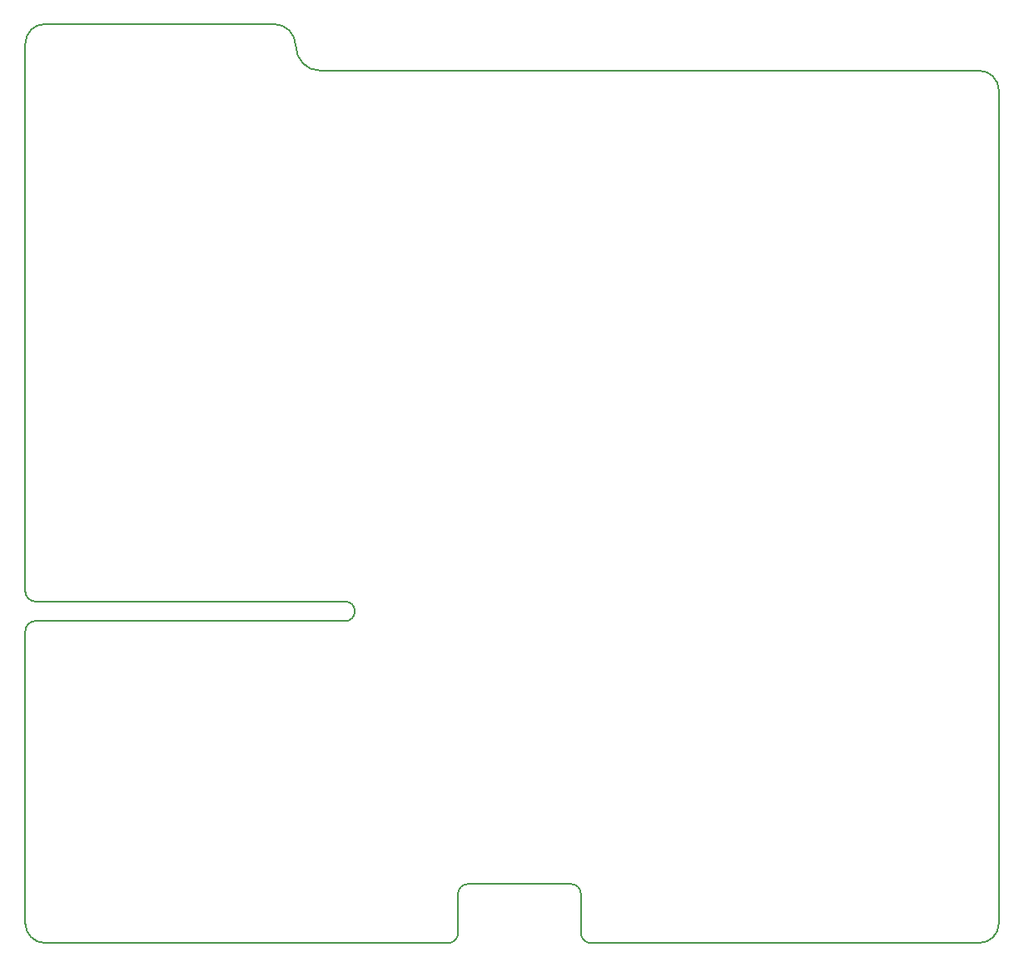
<source format=gm1>
G04 #@! TF.GenerationSoftware,KiCad,Pcbnew,5.0.2+dfsg1-1~bpo9+1*
G04 #@! TF.CreationDate,2019-05-09T23:15:53+03:00*
G04 #@! TF.ProjectId,esp32-rfm-gateway,65737033-322d-4726-966d-2d6761746577,rev?*
G04 #@! TF.SameCoordinates,Original*
G04 #@! TF.FileFunction,Profile,NP*
%FSLAX46Y46*%
G04 Gerber Fmt 4.6, Leading zero omitted, Abs format (unit mm)*
G04 Created by KiCad (PCBNEW 5.0.2+dfsg1-1~bpo9+1) date Jo 09 mai 2019 23:15:53 +0300*
%MOMM*%
%LPD*%
G01*
G04 APERTURE LIST*
%ADD10C,0.200000*%
G04 APERTURE END LIST*
D10*
X61250000Y-43750000D02*
G75*
G02X63500000Y-46000000I0J-2250000D01*
G01*
X66000000Y-48500000D02*
G75*
G02X63500000Y-46000000I0J2500000D01*
G01*
X68500000Y-102500000D02*
G75*
G02X68500000Y-104500000I0J-1000000D01*
G01*
X36000000Y-105500000D02*
G75*
G02X37000000Y-104500000I1000000J0D01*
G01*
X37000000Y-102500000D02*
G75*
G02X36000000Y-101500000I0J1000000D01*
G01*
X80000000Y-136250000D02*
G75*
G02X79000000Y-137250000I-1000000J0D01*
G01*
X80000000Y-132250000D02*
G75*
G02X81000000Y-131250000I1000000J0D01*
G01*
X91500000Y-131250000D02*
G75*
G02X92500000Y-132250000I0J-1000000D01*
G01*
X93500000Y-137250000D02*
G75*
G02X92500000Y-136250000I0J1000000D01*
G01*
X38000000Y-137250000D02*
G75*
G02X36000000Y-135250000I0J2000000D01*
G01*
X135000000Y-135250000D02*
G75*
G02X133000000Y-137250000I-2000000J0D01*
G01*
X133000000Y-48500000D02*
G75*
G02X135000000Y-50500000I0J-2000000D01*
G01*
X36000000Y-45750000D02*
G75*
G02X38000000Y-43750000I2000000J0D01*
G01*
X36000000Y-101500000D02*
X36000000Y-45750000D01*
X68500000Y-104500000D02*
X37000000Y-104500000D01*
X37000000Y-102500000D02*
X68500000Y-102500000D01*
X61250000Y-43750000D02*
X38000000Y-43750000D01*
X133000000Y-48500000D02*
X66000000Y-48500000D01*
X135000000Y-135250000D02*
X135000000Y-50500000D01*
X93500000Y-137250000D02*
X133000000Y-137250000D01*
X92500000Y-132250000D02*
X92500000Y-136250000D01*
X81000000Y-131250000D02*
X91500000Y-131250000D01*
X80000000Y-136250000D02*
X80000000Y-132250000D01*
X38000000Y-137250000D02*
X79000000Y-137250000D01*
X36000000Y-105500000D02*
X36000000Y-135250000D01*
M02*

</source>
